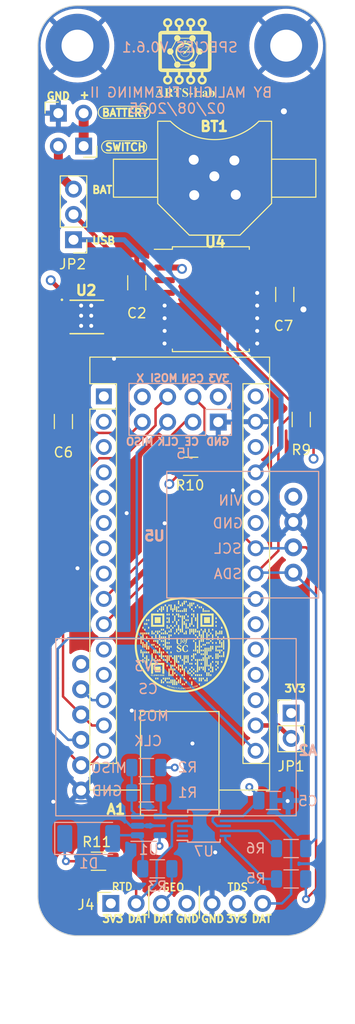
<source format=kicad_pcb>
(kicad_pcb (version 20221018) (generator pcbnew)
  (layers (0 "F.Cu" mixed "Single-GND-Front") (1 "In1.Cu" power "AGND Plane") (2 "In2.Cu" power "3V3 Power Plane") (31 "B.Cu" mixed "Single-GND-Back") (34 "B.Paste" user) (35 "F.Paste" user) (36 "B.SilkS" user "B.Silkscreen") (37 "F.SilkS" user "F.Silkscreen") (38 "B.Mask" user) (39 "F.Mask" user) (44 "Edge.Cuts" user))
  (net 0 "")
  (net 4 "GND")
  (net 9 "CE")
  (net 10 "CSN")
  (net 11 "RTD")
  (net 13 "SD_CS")
  (net 14 "MOSI")
  (net 15 "MISO")
  (net 16 "CLK")
  (net 17 "3V3")
  (net 18 "Net-(JP2-C)")
  (net 19 "EC_DATA")
  (net 23 "SDA")
  (net 24 "SCL")
  (net 28 "Net-(BT1-+)")
  (net 29 "BATT")
  (net 31 "GEOPHONE")
  (net 32 "GNDA")
  (net 37 "Net-(D1-A)")
  (net 38 "Net-(U7-AIN1)")
  (net 39 "Net-(U1--)")
  (net 40 "Net-(U7-SCL)")
  (net 41 "Net-(U7-SDA)")
  (net 47 "Net-(A1-3V3)")
  (net 48 "+BATT")
  (net 49 "5V0")
  (footprint "Connector_PinSocket_2.54mm:PinSocket_2x04_P2.54mm_Vertical" (layer "F.Cu") (at 180.93 94.11 -90)
    (fp_text reference "J5" (at 3.172 3.35) (layer "B.SilkS") (effects (justify mirror)))
    (fp_text value "Conn_02x04")
    (pad "1" thru_hole rect (at 0 0 270) (size 1.7 1.7) (drill 1) (layers "*.Cu" "*.Mask") (net 4 "GND"))
    (pad "2" thru_hole oval (at -2.54 0 270) (size 1.7 1.7) (drill 1) (layers "*.Cu" "*.Mask") (net 17 "3V3"))
    (pad "3" thru_hole oval (at 0 2.54 270) (size 1.7 1.7) (drill 1) (layers "*.Cu" "*.Mask") (net 9 "CE"))
    (pad "4" thru_hole oval (at -2.54 2.54 270) (size 1.7 1.7) (drill 1) (layers "*.Cu" "*.Mask") (net 10 "CSN"))
    (pad "5" thru_hole oval (at 0 5.08 270) (size 1.7 1.7) (drill 1) (layers "*.Cu" "*.Mask") (net 16 "CLK"))
    (pad "6" thru_hole oval (at -2.54 5.08 270) (size 1.7 1.7) (drill 1) (layers "*.Cu" "*.Mask") (net 14 "MOSI"))
    (pad "7" thru_hole oval (at 0 7.62 270) (size 1.7 1.7) (drill 1) (layers "*.Cu" "*.Mask") (net 15 "MISO"))
    (pad "8" thru_hole oval (at -2.54 7.62 270) (size 1.7 1.7) (drill 1) (layers "*.Cu" "*.Mask"))
  )
  (footprint "MountingHole:MountingHole_3.2mm_M3_Pad" (layer "F.Cu") (at 166.8 56.34)
    (fp_text reference "H1" hide)
    (fp_text value "MountingHole_Pad")
    (pad "1" thru_hole circle (at 0 0) (size 6.4 6.4) (drill 3.2) (layers "*.Cu" "*.Mask") (net 4 "GND"))
  )
  (footprint "Connector_PinSocket_2.54mm:PinSocket_1x07_P2.54mm_Horizontal" (layer "F.Cu") (at 170.15 142.412 90)
    (fp_text reference "J4" (at -0.138 -2.5 180) (layer "F.SilkS"))
    (fp_text value "Conn_01x07_Female")
    (pad "1" thru_hole rect (at 0 0 90) (size 1.7 1.7) (drill 1) (layers "*.Cu" "*.Mask") (net 17 "3V3"))
    (pad "2" thru_hole oval (at 0 2.54 90) (size 1.7 1.7) (drill 1) (layers "*.Cu" "*.Mask") (net 11 "RTD"))
    (pad "3" thru_hole oval (at 0 5.08 90) (size 1.7 1.7) (drill 1) (layers "*.Cu" "*.Mask") (net 31 "GEOPHONE"))
    (pad "4" thru_hole oval (at 0 7.62 90) (size 1.7 1.7) (drill 1) (layers "*.Cu" "*.Mask") (net 32 "GNDA"))
    (pad "5" thru_hole oval (at 0 10.16 90) (size 1.7 1.7) (drill 1) (layers "*.Cu" "*.Mask") (net 4 "GND"))
    (pad "6" thru_hole oval (at 0 12.7 90) (size 1.7 1.7) (drill 1) (layers "*.Cu" "*.Mask") (net 17 "3V3"))
    (pad "7" thru_hole oval (at 0 15.24 90) (size 1.7 1.7) (drill 1) (layers "*.Cu" "*.Mask") (net 19 "EC_DATA"))
  )
  (footprint "Connector_PinSocket_2.54mm:PinSocket_1x02_P2.54mm_Horizontal" (layer "F.Cu") (at 164.88 63.118 90)
    (fp_text reference "J2" hide)
    (fp_text value "Conn_01x02" hide)
    (pad "1" thru_hole rect (at 0 0 90) (size 1.7 1.7) (drill 1) (layers "*.Cu" "*.Mask") (net 4 "GND"))
    (pad "2" thru_hole oval (at 0 2.54 90) (size 1.7 1.7) (drill 1) (layers "*.Cu" "*.Mask") (net 48 "+BATT"))
  )
  (footprint "Connector_PinHeader_2.54mm:PinHeader_1x02_P2.54mm_Vertical" (layer "F.Cu") (at 188.248 123.316)
    (fp_text reference "JP1" (at 0 5.334) (layer "F.SilkS"))
    (fp_text value "Jumper_2")
    (pad "1" thru_hole rect (at 0 0) (size 1.7 1.7) (drill 1) (layers "*.Cu" "*.Mask") (net 17 "3V3"))
    (pad "2" thru_hole oval (at 0 2.54) (size 1.7 1.7) (drill 1) (layers "*.Cu" "*.Mask") (net 47 "Net-(A1-3V3)"))
  )
  (footprint "kitest:battery_holder_10mm" (layer "F.Cu") (at 180.57 69.64)
    (fp_text reference "BT1" (at -0.05 -5.19 180) (layer "F.SilkS") (effects (font (thickness 0.25) bold)))
    (fp_text value "Battery_Cell")
    (pad "1" smd rect (at -8.255 0 270) (size 3.5 3.5) (layers "F.Cu" "F.Mask") (net 28 "Net-(BT1-+)"))
    (pad "1" smd rect (at 8.255 0 270) (size 3.5 3.5) (layers "F.Cu" "F.Mask") (net 28 "Net-(BT1-+)"))
    (pad "2" smd circle (at 0 0 270) (size 8 8) (layers "F.Cu" "F.Mask") (net 4 "GND"))
  )
  (footprint "kitest:ARTS_lab_logo" (layer "F.Cu") (at 177.58 57.53)
    (fp_text reference "G***" hide)
    (fp_text value "LOGO" hide)
  )
  (footprint "footprint:RH_8_1_ADI" (layer "F.Cu") (at 167.739 83.565)
    (fp_text reference "U2" (at -0.065 -2.667 unlocked) (layer "F.SilkS") (effects (font (thickness 0.25) bold)))
    (fp_text value "ADP124ARHZ-3.3-R7")
    (pad "1" smd rect (at -2.174999 -0.974999) (size 1.4112 0.4508) (layers "F.Cu" "F.Paste" "F.Mask") (net 17 "3V3"))
    (pad "2" smd rect (at -2.174999 -0.325001) (size 1.4112 0.4508) (layers "F.Cu" "F.Paste" "F.Mask") (net 17 "3V3"))
    (pad "3" smd rect (at -2.174999 0.325001) (size 1.4112 0.4508) (layers "F.Cu" "F.Paste" "F.Mask") (net 17 "3V3"))
    (pad "4" smd rect (at -2.174999 0.974999) (size 1.4112 0.4508) (layers "F.Cu" "F.Paste" "F.Mask") (net 4 "GND"))
    (pad "5" smd rect (at 2.174999 0.974999) (size 1.4112 0.4508) (layers "F.Cu" "F.Paste" "F.Mask") (net 18 "Net-(JP2-C)"))
    (pad "6" smd rect (at 2.174999 0.325001) (size 1.4112 0.4508) (layers "F.Cu" "F.Paste" "F.Mask"))
    (pad "7" smd rect (at 2.174999 -0.325001) (size 1.4112 0.4508) (layers "F.Cu" "F.Paste" "F.Mask") (net 18 "Net-(JP2-C)"))
    (pad "8" smd rect (at 2.174999 -0.974999) (size 1.4112 0.4508) (layers "F.Cu" "F.Paste" "F.Mask") (net 18 "Net-(JP2-C)"))
    (pad "EPAD" smd rect (at 0 0) (size 1.83 2.26) (layers "F.Cu" "F.Paste" "F.Mask") (net 4 "GND"))
  )
  (footprint "Resistor_SMD:R_1206_3216Metric" (layer "F.Cu") (at 189.264 93.852 90)
    (fp_text reference "R9" (at -3.048 0 180) (layer "F.SilkS"))
    (fp_text value "R_1kOhm")
    (pad "1" smd roundrect (at -1.4625 0 90) (size 1.125 1.75) (layers "F.Cu" "F.Paste" "F.Mask") (roundrect_rratio 0.222222) (net 17 "3V3"))
    (pad "2" smd roundrect (at 1.4625 0 90) (size 1.125 1.75) (layers "F.Cu" "F.Paste" "F.Mask") (roundrect_rratio 0.222222) (net 23 "SDA"))
  )
  (footprint "Connector_PinHeader_2.54mm:PinHeader_1x03_P2.54mm_Vertical" (layer "F.Cu") (at 166.404 75.818 180)
    (fp_text reference "JP2" (at 0.094 -2.452) (layer "F.SilkS"))
    (fp_text value "Jumper_3")
    (pad "1" thru_hole rect (at 0 0 180) (size 1.7 1.7) (drill 1) (layers "*.Cu" "*.Mask") (net 49 "5V0"))
    (pad "2" thru_hole oval (at 0 2.54 180) (size 1.7 1.7) (drill 1) (layers "*.Cu" "*.Mask") (net 18 "Net-(JP2-C)"))
    (pad "3" thru_hole oval (at 0 5.08 180) (size 1.7 1.7) (drill 1) (layers "*.Cu" "*.Mask") (net 29 "BATT"))
  )
  (footprint "Capacitor_SMD:C_1206_3216Metric" (layer "F.Cu") (at 165.388 94.057 -90)
    (fp_text reference "C6" (at 3.097 0) (layer "F.SilkS"))
    (fp_text value "C_1uF")
    (pad "1" smd roundrect (at -1.475 0 270) (size 1.15 1.8) (layers "F.Cu" "F.Paste" "F.Mask") (roundrect_rratio 0.217391) (net 17 "3V3"))
    (pad "2" smd roundrect (at 1.475 0 270) (size 1.15 1.8) (layers "F.Cu" "F.Paste" "F.Mask") (roundrect_rratio 0.217391) (net 4 "GND"))
  )
  (footprint "Resistor_SMD:R_1206_3216Metric" (layer "F.Cu") (at 168.91 138.176 180)
    (fp_text reference "R11" (at 0.1778 1.9304 180) (layer "F.SilkS"))
    (fp_text value "R_10K")
    (pad "1" smd roundrect (at -1.4625 0 180) (size 1.125 1.75) (layers "F.Cu" "F.Paste" "F.Mask") (roundrect_rratio 0.222222) (net 11 "RTD"))
    (pad "2" smd roundrect (at 1.4625 0 180) (size 1.125 1.75) (layers "F.Cu" "F.Paste" "F.Mask") (roundrect_rratio 0.222222) (net 32 "GNDA"))
  )
  (footprint "Module:Arduino_Nano" (layer "F.Cu") (at 169.445 91.535)
    (fp_text reference "A1" (at 1.2155 41.435 180) (layer "F.SilkS") (effects (font (thickness 0.25) bold)))
    (fp_text value "Arduino Nano")
    (pad "1" thru_hole rect (at 0 0) (size 1.6 1.6) (drill 1) (layers "*.Cu" "*.Mask"))
    (pad "2" thru_hole oval (at 0 2.54) (size 1.6 1.6) (drill 1) (layers "*.Cu" "*.Mask"))
    (pad "3" thru_hole oval (at 0 5.08) (size 1.6 1.6) (drill 1) (layers "*.Cu" "*.Mask"))
    (pad "4" thru_hole oval (at 0 7.62) (size 1.6 1.6) (drill 1) (layers "*.Cu" "*.Mask") (net 32 "GNDA"))
    (pad "5" thru_hole oval (at 0 10.16) (size 1.6 1.6) (drill 1) (layers "*.Cu" "*.Mask"))
    (pad "6" thru_hole oval (at 0 12.7) (size 1.6 1.6) (drill 1) (layers "*.Cu" "*.Mask"))
    (pad "7" thru_hole oval (at 0 15.24) (size 1.6 1.6) (drill 1) (layers "*.Cu" "*.Mask"))
    (pad "8" thru_hole oval (at 0 17.78) (size 1.6 1.6) (drill 1) (layers "*.Cu" "*.Mask"))
    (pad "9" thru_hole oval (at 0 20.32) (size 1.6 1.6) (drill 1) (layers "*.Cu" "*.Mask") (net 9 "CE"))
    (pad "10" thru_hole oval (at 0 22.86) (size 1.6 1.6) (drill 1) (layers "*.Cu" "*.Mask") (net 10 "CSN"))
    (pad "11" thru_hole oval (at 0 25.4) (size 1.6 1.6) (drill 1) (layers "*.Cu" "*.Mask"))
    (pad "12" thru_hole oval (at 0 27.94) (size 1.6 1.6) (drill 1) (layers "*.Cu" "*.Mask"))
    (pad "13" thru_hole oval (at 0 30.48) (size 1.6 1.6) (drill 1) (layers "*.Cu" "*.Mask") (net 13 "SD_CS"))
    (pad "14" thru_hole oval (at 0 33.02) (size 1.6 1.6) (drill 1) (layers "*.Cu" "*.Mask") (net 14 "MOSI"))
    (pad "15" thru_hole oval (at 0 35.56) (size 1.6 1.6) (drill 1) (layers "*.Cu" "*.Mask") (net 15 "MISO"))
    (pad "16" thru_hole oval (at 15.24 35.56) (size 1.6 1.6) (drill 1) (layers "*.Cu" "*.Mask") (net 16 "CLK"))
    (pad "17" thru_hole oval (at 15.24 33.02) (size 1.6 1.6) (drill 1) (layers "*.Cu" "*.Mask") (net 47 "Net-(A1-3V3)"))
    (pad "18" thru_hole oval (at 15.24 30.48) (size 1.6 1.6) (drill 1) (layers "*.Cu" "*.Mask") (net 17 "3V3"))
    (pad "19" thru_hole oval (at 15.24 27.94) (size 1.6 1.6) (drill 1) (layers "*.Cu" "*.Mask"))
    (pad "20" thru_hole oval (at 15.24 25.4) (size 1.6 1.6) (drill 1) (layers "*.Cu" "*.Mask"))
    (pad "21" thru_hole oval (at 15.24 22.86) (size 1.6 1.6) (drill 1) (layers "*.Cu" "*.Mask"))
    (pad "22" thru_hole oval (at 15.24 20.32) (size 1.6 1.6) (drill 1) (layers "*.Cu" "*.Mask"))
    (pad "23" thru_hole oval (at 15.24 17.78) (size 1.6 1.6) (drill 1) (layers "*.Cu" "*.Mask") (net 23 "SDA"))
    (pad "24" thru_hole oval (at 15.24 15.24) (size 1.6 1.6) (drill 1) (layers "*.Cu" "*.Mask") (net 24 "SCL"))
    (pad "25" thru_hole oval (at 15.24 12.7) (size 1.6 1.6) (drill 1) (layers "*.Cu" "*.Mask"))
    (pad "26" thru_hole oval (at 15.24 10.16) (size 1.6 1.6) (drill 1) (layers "*.Cu" "*.Mask"))
    (pad "27" thru_hole oval (at 15.24 7.62) (size 1.6 1.6) (drill 1) (layers "*.Cu" "*.Mask") (net 49 "5V0"))
    (pad "28" thru_hole oval (at 15.24 5.08) (size 1.6 1.6) (drill 1) (layers "*.Cu" "*.Mask"))
    (pad "29" thru_hole oval (at 15.24 2.54) (size 1.6 1.6) (drill 1) (layers "*.Cu" "*.Mask") (net 4 "GND"))
    (pad "30" thru_hole oval (at 15.24 0) (size 1.6 1.6) (drill 1) (layers "*.Cu" "*.Mask"))
  )
  (footprint "Capacitor_SMD:C_1206_3216Metric" (layer "F.Cu") (at 172.754 80.136 90)
    (fp_text reference "C2" (at -3.048 0 180) (layer "F.SilkS"))
    (fp_text value "C_1uF")
    (pad "1" smd roundrect (at -1.475 0 90) (size 1.15 1.8) (layers "F.Cu" "F.Paste" "F.Mask") (roundrect_rratio 0.217391) (net 18 "Net-(JP2-C)"))
    (pad "2" smd roundrect (at 1.475 0 90) (size 1.15 1.8) (layers "F.Cu" "F.Paste" "F.Mask") (roundrect_rratio 0.217391) (net 4 "GND"))
  )
  (footprint "Package_SO:SOIC-16W_7.5x10.3mm_P1.27mm" (layer "F.Cu") (at 180.19 81.78)
    (fp_text reference "U4" (at 0.438 -5.708) (layer "F.SilkS") (effects (font (thickness 0.25) bold)))
    (fp_text value "DS3231M")
    (pad "1" smd roundrect (at -4.65 -4.445) (size 2.05 0.6) (layers "F.Cu" "F.Paste" "F.Mask"))
    (pad "2" smd roundrect (at -4.65 -3.175) (size 2.05 0.6) (layers "F.Cu" "F.Paste" "F.Mask") (net 17 "3V3"))
    (pad "3" smd roundrect (at -4.65 -1.905) (size 2.05 0.6) (layers "F.Cu" "F.Paste" "F.Mask"))
    (pad "4" smd roundrect (at -4.65 -0.635) (size 2.05 0.6) (layers "F.Cu" "F.Paste" "F.Mask"))
    (pad "5" smd roundrect (at -4.65 0.635) (size 2.05 0.6) (layers "F.Cu" "F.Paste" "F.Mask") (net 4 "GND"))
    (pad "6" smd roundrect (at -4.65 1.905) (size 2.05 0.6) (layers "F.Cu" "F.Paste" "F.Mask") (net 4 "GND"))
    (pad "7" smd roundrect (at -4.65 3.175) (size 2.05 0.6) (layers "F.Cu" "F.Paste" "F.Mask") (net 4 "GND"))
    (pad "8" smd roundrect (at -4.65 4.445) (size 2.05 0.6) (layers "F.Cu" "F.Paste" "F.Mask") (net 4 "GND"))
    (pad "9" smd roundrect (at 4.65 4.445) (size 2.05 0.6) (layers "F.Cu" "F.Paste" "F.Mask") (net 4 "GND"))
    (pad "10" smd roundrect (at 4.65 3.175) (size 2.05 0.6) (layers "F.Cu" "F.Paste" "F.Mask") (net 4 "GND"))
    (pad "11" smd roundrect (at 4.65 1.905) (size 2.05 0.6) (layers "F.Cu" "F.Paste" "F.Mask") (net 4 "GND"))
    (pad "12" smd roundrect (at 4.65 0.635) (size 2.05 0.6) (layers "F.Cu" "F.Paste" "F.Mask") (net 4 "GND"))
    (pad "13" smd roundrect (at 4.65 -0.635) (size 2.05 0.6) (layers "F.Cu" "F.Paste" "F.Mask") (net 4 "GND"))
    (pad "14" smd roundrect (at 4.65 -1.905) (size 2.05 0.6) (layers "F.Cu" "F.Paste" "F.Mask") (net 28 "Net-(BT1-+)"))
    (pad "15" smd roundrect (at 4.65 -3.175) (size 2.05 0.6) (layers "F.Cu" "F.Paste" "F.Mask") (net 23 "SDA"))
    (pad "16" smd roundrect (at 4.65 -4.445) (size 2.05 0.6) (layers "F.Cu" "F.Paste" "F.Mask") (net 24 "SCL"))
  )
  (footprint "Connector_PinSocket_2.54mm:PinSocket_1x02_P2.54mm_Horizontal" (layer "F.Cu") (at 167.42 66.42 -90)
    (fp_text reference "J3" hide)
    (fp_text value "Conn_01x02")
    (pad "1" thru_hole rect (at 0 0 270) (size 1.7 1.7) (drill 1) (layers "*.Cu" "*.Mask") (net 48 "+BATT"))
    (pad "2" thru_hole oval (at 0 2.54 270) (size 1.7 1.7) (drill 1) (layers "*.Cu" "*.Mask") (net 29 "BATT"))
  )
  (footprint "MountingHole:MountingHole_3.2mm_M3_Pad" (layer "F.Cu") (at 187.75 56.34)
    (fp_text reference "H2" hide)
    (fp_text value "MountingHole_Pad")
    (pad "1" thru_hole circle (at 0 0) (size 6.4 6.4) (drill 3.2) (layers "*.Cu" "*.Mask") (net 4 "GND"))
  )
  (footprint "Capacitor_SMD:C_1206_3216Metric" (layer "F.Cu") (at 187.61 81.306 90)
    (fp_text reference "C7" (at -3.148 -0.124 180) (layer "F.SilkS"))
    (fp_text value "C_0.1uF")
    (pad "1" smd roundrect (at -1.475 0 90) (size 1.15 1.8) (layers "F.Cu" "F.Paste" "F.Mask") (roundrect_rratio 0.217391) (net 4 "GND"))
    (pad "2" smd roundrect (at 1.475 0 90) (size 1.15 1.8) (layers "F.Cu" "F.Paste" "F.Mask") (roundrect_rratio 0.217391) (net 28 "Net-(BT1-+)"))
  )
  (footprint "Resistor_SMD:R_1206_3216Metric" (layer "F.Cu") (at 178.16 98.55)
    (fp_text reference "R10" (at -0.072 1.906) (layer "F.SilkS"))
    (fp_text value "R_1kOhm")
    (pad "1" smd roundrect (at -1.4625 0) (size 1.125 1.75) (layers "F.Cu" "F.Paste" "F.Mask") (roundrect_rratio 0.222222) (net 17 "3V3"))
    (pad "2" smd roundrect (at 1.4625 0) (size 1.125 1.75) (layers "F.Cu" "F.Paste" "F.Mask") (roundrect_rratio 0.222222) (net 24 "SCL"))
  )
  (footprint "kitest:qrCode" (layer "B.Cu") (at 177.326 116.458 180)
    (fp_text reference "G***" hide)
    (fp_text value "LOGO" hide)
  )
  (footprint "kitest:SD Module" (layer "B.Cu") (at 178.595 134.8895 180)
    (fp_text reference "A2" (at -11.337 7.83) (layer "B.SilkS") (effects (font (thickness 0.25) bold) (justify mirror)))
    (fp_text value "SD_Card_Module")
    (fp_text user "3V3" (at 4.699 16.288) (layer "B.SilkS") (effects (justify mirror)))
    (fp_text user "CLK" (at 4.7066 8.7785) (layer "B.SilkS") (effects (justify mirror)))
    (fp_text user "MOSI" (at 4.445 11.303) (layer "B.SilkS") (effects (justify mirror)))
    (fp_text user "CS" (at 4.699 14.002) (layer "B.SilkS") (effects (justify mirror)))
    (fp_text user "MISO" (at 8.6436 6.0861) (layer "B.SilkS") (effects (justify mirror)))
    (fp_text user "GND" (at 8.8214 3.766) (layer "B.SilkS") (effects (justify mirror)))
    (pad "1" thru_hole circle (at 11.43 16.51 180) (size 1.8 1.8) (drill 1) (layers "*.Cu" "*.Mask") (net 17 "3V3"))
    (pad "2" thru_hole circle (at 11.43 13.97 180) (size 1.8 1.8) (drill 1) (layers "*.Cu" "*.Mask") (net 13 "SD_CS"))
    (pad "3" thru_hole circle (at 11.43 11.43 180) (size 1.8 1.8) (drill 1) (layers "*.Cu" "*.Mask") (net 14 "MOSI"))
    (pad "4" thru_hole circle (at 11.43 8.89 180) (size 1.8 1.8) (drill 1) (layers "*.Cu" "*.Mask") (net 16 "CLK"))
    (pad "5" thru_hole circle (at 11.43 6.35 180) (size 1.8 1.8) (drill 1) (layers "*.Cu" "*.Mask") (net 15 "MISO"))
    (pad "6" thru_hole circle (at 11.43 3.81 180) (size 1.8 1.8) (drill 1) (layers "*.Cu" "*.Mask") (net 4 "GND"))
  )
  (footprint "Resistor_SMD:R_1206_3216Metric" (layer "B.Cu") (at 188.248 139.954 180)
    (fp_text reference "R5" (at 3.5392 0.0508) (layer "B.SilkS") (effects (justify mirror)))
    (fp_text value "R_10K")
    (pad "1" smd roundrect (at -1.4625 0 180) (size 1.125 1.75) (layers "B.Cu" "B.Paste" "B.Mask") (roundrect_rratio 0.222222) (net 24 "SCL"))
    (pad "2" smd roundrect (at 1.4625 0 180) (size 1.125 1.75) (layers "B.Cu" "B.Paste" "B.Mask") (roundrect_rratio 0.222222) (net 40 "Net-(U7-SCL)"))
  )
  (footprint "Diode_SMD:D_MELF" (layer "B.Cu") (at 167.928 135.89)
    (fp_text reference "D1" (at 0 2.5) (layer "B.SilkS") (effects (justify mirror)))
    (fp_text value "SMZ1_770mV")
    (pad "1" smd roundrect (at -2.4 0) (size 1.5 2.7) (layers "B.Cu" "B.Paste" "B.Mask") (roundrect_rratio 0.1666666667) (net 32 "GNDA"))
    (pad "2" smd roundrect (at 2.4 0) (size 1.5 2.7) (layers "B.Cu" "B.Paste" "B.Mask") (roundrect_rratio 0.1666666667) (net 37 "Net-(D1-A)"))
  )
  (footprint "Resistor_SMD:R_1206_3216Metric" (layer "B.Cu") (at 173.7085 128.778)
    (fp_text reference "R2" (at 4.1423 -0.0254) (layer "B.SilkS") (effects (justify mirror)))
    (fp_text value "R_7.5K")
    (pad "1" smd roundrect (at -1.4625 0) (size 1.125 1.75) (layers "B.Cu" "B.Paste" "B.Mask") (roundrect_rratio 0.222222) (net 39 "Net-(U1--)"))
    (pad "2" smd roundrect (at 1.4625 0) (size 1.125 1.75) (layers "B.Cu" "B.Paste" "B.Mask") (roundrect_rratio 0.222222) (net 32 "GNDA"))
  )
  (footprint "kitest:BME260" (layer "B.Cu") (at 183.388 105.41)
    (fp_text reference "U5" (at -8.856 0.126 180) (layer "B.SilkS") (effects (font (thickness 0.25) bold) (justify mirror)))
    (fp_text value "BME260")
    (fp_text user "VIN" (at -1.236 -3.43 180) (layer "B.SilkS") (effects (justify mirror)))
    (fp_text user "GND" (at -1.49 -1.144 180) (layer "B.SilkS") (effects (justify mirror)))
    (fp_text user "SDA" (at -1.49 3.936 180) (layer "B.SilkS") (effects (justify mirror)))
    (fp_text user "SCL" (at -1.49 1.396 180) (layer "B.SilkS") (effects (justify mirror)))
    (pad "10" thru_hole circle (at 5.08 -1.27) (size 1.8 1.8) (drill 1) (layers "*.Cu" "*.Mask") (net 4 "GND"))
    (pad "11" thru_hole circle (at 5.08 1.27) (size 1.8 1.8) (drill 1) (layers "*.Cu" "*.Mask") (net 24 "SCL"))
    (pad "12" thru_hole circle (at 5.08 3.81) (size 1.8 1.8) (drill 1) (layers "*.Cu" "*.Mask") (net 23 "SDA"))
    (pad "13" thru_hole circle (at 5.08 -3.81) (size 1.8 1.8) (drill 1) (layers "*.Cu" "*.Mask") (net 17 "3V3"))
  )
  (footprint "Resistor_SMD:R_1206_3216Metric" (layer "B.Cu") (at 173.7085 131.318 180)
    (fp_text reference "R1" (at -4.1423 0.0254) (layer "B.SilkS") (effects (justify mirror)))
    (fp_text value "R_32K")
    (pad "1" smd roundrect (at -1.4625 0 180) (size 1.125 1.75) (layers "B.Cu" "B.Paste" "B.Mask") (roundrect_rratio 0.222222) (net 38 "Net-(U7-AIN1)"))
    (pad "2" smd roundrect (at 1.4625 0 180) (size 1.125 1.75) (layers "B.Cu" "B.Paste" "B.Mask") (roundrect_rratio 0.222222) (net 39 "Net-(U1--)"))
  )
  (footprint "Resistor_SMD:R_1206_3216Metric" (layer "B.Cu") (at 174.8135 138.938 180)
    (fp_text reference "R3" (at 0 -1.778) (layer "B.SilkS") (effects (justify mirror)))
    (fp_text value "R_100")
    (pad "1" smd roundrect (at -1.4625 0 180) (size 1.125 1.75) (layers "B.Cu" "B.Paste" "B.Mask") (roundrect_rratio 0.222222) (net 31 "GEOPHONE"))
    (pad "2" smd roundrect (at 1.4625 0 180) (size 1.125 1.75) (layers "B.Cu" "B.Paste" "B.Mask") (roundrect_rratio 0.222222) (net 37 "Net-(D1-A)"))
  )
  (footprint "Capacitor_SMD:C_1206_3216Metric" (layer "B.Cu") (at 186.47 132.08)
    (fp_text reference "C5" (at 3.462 0.0595) (layer "B.SilkS") (effects (justify mirror)))
    (fp_text value "C_0.1uF")
    (pad "1" smd roundrect (at -1.475 0) (size 1.15 1.8) (layers "B.Cu" "B.Paste" "B.Mask") (roundrect_rratio 0.217391) (net 17 "3V3"))
    (pad "2" smd roundrect (at 1.475 0) (size 1.15 1.8) (layers "B.Cu" "B.Paste" "B.Mask") (roundrect_rratio 0.217391) (net 4 "GND"))
  )
  (footprint "Package_TO_SOT_SMD:SOT-23-5" (layer "B.Cu") (at 173.9625 134.62)
    (fp_text reference "U1" (at 0 2.4) (layer "B.SilkS") (effects (justify mirror)))
    (fp_text value "LM321")
    (pad "1" smd roundrect (at -1.1375 0.95) (size 1.325 0.6) (layers "B.Cu" "B.Paste" "B.Mask") (net 37 "Net-(D1-A)"))
    (pad "2" smd roundrect (at -1.1375 0) (size 1.325 0.6) (layers "B.Cu" "B.Paste" "B.Mask") (net 4 "GND"))
    (pad "3" smd roundrect (at -1.1375 -0.95) (size 1.325 0.6) (layers "B.Cu" "B.Paste" "B.Mask") (net 39 "Net-(U1--)"))
    (pad "4" smd roundrect (at 1.1375 -0.95) (size 1.325 0.6) (layers "B.Cu" "B.Paste" "B.Mask") (net 38 "Net-(U7-AIN1)"))
    (pad "5" smd roundrect (at 1.1375 0.95) (size 1.325 0.6) (layers "B.Cu" "B.Paste" "B.Mask") (net 17 "3V3"))
  )
  (footprint "Package_SO:TSSOP-10_3x3mm_P0.5mm" (layer "B.Cu") (at 179.494 134.636)
    (fp_text reference "U7" (at 0 2.55) (layer "B.SilkS") (effects (justify mirror)))
    (fp_text value "ADS1115IDGS")
    (pad "1" smd rect (at -2.15 1) (size 1.1 0.25) (layers "B.Cu" "B.Paste" "B.Mask"))
    (pad "2" smd rect (at -2.15 0.5) (size 1.1 0.25) (layers "B.Cu" "B.Paste" "B.Mask"))
    (pad "3" smd rect (at -2.15 0) (size 1.1 0.25) (layers "B.Cu" "B.Paste" "B.Mask") (net 4 "GND"))
    (pad "4" smd rect (at -2.15 -0.5) (size 1.1 0.25) (layers "B.Cu" "B.Paste" "B.Mask") (net 11 "RTD"))
    (pad "5" smd rect (at -2.15 -1) (size 1.1 0.25) (layers "B.Cu" "B.Paste" "B.Mask") (net 38 "Net-(U7-AIN1)"))
    (pad "6" smd rect (at 2.15 -1) (size 1.1 0.25) (layers "B.Cu" "B.Paste" "B.Mask") (net 17 "3V3"))
    (pad "7" smd rect (at 2.15 -0.5) (size 1.1 0.25) (layers "B.Cu" "B.Paste" "B.Mask") (net 19 "EC_DATA"))
    (pad "8" smd rect (at 2.15 0) (size 1.1 0.25) (layers "B.Cu" "B.Paste" "B.Mask") (net 17 "3V3"))
    (pad "9" smd rect (at 2.15 0.5) (size 1.1 0.25) (layers "B.Cu" "B.Paste" "B.Mask") (net 41 "Net-(U7-SDA)"))
    (pad "10" smd rect (at 2.15 1) (size 1.1 0.25) (layers "B.Cu" "B.Paste" "B.Mask") (net 40 "Net-(U7-SCL)"))
  )
  (footprint "Resistor_SMD:R_1206_3216Metric" (layer "B.Cu") (at 188.248 136.906 180)
    (fp_text reference "R6" (at 3.566 0.024) (layer "B.SilkS") (effects (justify mirror)))
    (fp_text value "R_10K")
    (pad "1" smd roundrect (at -1.4625 0 180) (size 1.125 1.75) (layers "B.Cu" "B.Paste" "B.Mask") (roundrect_rratio 0.222222) (net 23 "SDA"))
    (pad "2" smd roundrect (at 1.4625 0 180) (size 1.125 1.75) (layers "B.Cu" "B.Paste" "B.Mask") (roundrect_rratio 0.222222) (net 41 "Net-(U7-SDA)"))
  )
  (gr_line (start 169.831856 67.112593) (end 173.131856 67.112593) (stroke (width 0.1)) (layer "F.SilkS"))
  (gr_arc (start 169.831856 67.112593) (mid 169.4 66.933712) (end 169.221119 66.501856) (stroke (width 0.1)) (layer "F.SilkS"))
  (gr_arc (start 174.070737 63.03) (mid 173.891856 63.461856) (end 173.46 63.640737) (stroke (width 0.1)) (layer "F.SilkS"))
  (gr_arc (start 169.5 63.64) (mid 169.068144 63.461119) (end 168.889263 63.029263) (stroke (width 0.1)) (layer "F.SilkS"))
  (gr_arc (start 173.742593 66.502593) (mid 173.563712 66.934449) (end 173.131856 67.11333) (stroke (width 0.1)) (layer "F.SilkS"))
  (gr_line (start 169.5 63.64) (end 173.46 63.64) (stroke (width 0.1)) (layer "F.SilkS"))
  (gr_arc (start 173.46 62.419263) (mid 173.891856 62.598144) (end 174.070737 63.03) (stroke (width 0.1)) (layer "F.SilkS"))
  (gr_line (start 179.04 143.872) (end 179.04 140.7) (stroke (width 0.15)) (layer "F.SilkS"))
  (gr_line (start 173.131856 65.891856) (end 169.831856 65.891856) (stroke (width 0.1)) (layer "F.SilkS"))
  (gr_line (start 173.96 143.83) (end 173.96 140.72) (stroke (width 0.15)) (layer "F.SilkS"))
  (gr_line (start 169.5 62.418526) (end 173.46 62.418526) (stroke (width 0.1)) (layer "F.SilkS"))
  (gr_arc (start 168.889263 63.029263) (mid 169.068144 62.597407) (end 169.5 62.418526) (stroke (width 0.1)) (layer "F.SilkS"))
  (gr_arc (start 169.221119 66.501856) (mid 169.4 66.07) (end 169.831856 65.891119) (stroke (width 0.1)) (layer "F.SilkS"))
  (gr_arc (start 173.131856 65.891856) (mid 173.563712 66.070737) (end 173.742593 66.502593) (stroke (width 0.1)) (layer "F.SilkS"))
  (gr_arc (start 166.8 145.65) (mid 163.985715 144.484285) (end 162.82 141.67) (stroke (width 0.1)) (layer "Edge.Cuts"))
  (gr_line (start 162.82 141.67) (end 162.82 56.299988) (stroke (width 0.1)) (layer "Edge.Cuts"))
  (gr_arc (start 187.75 52.319988) (mid 190.592578 53.497422) (end 191.770012 56.34) (stroke (width 0.1)) (layer "Edge.Cuts"))
  (gr_line (start 187.75 145.65) (end 166.8 145.65) (stroke (width 0.1)) (layer "Edge.Cuts"))
  (gr_line (start 187.75 52.319988) (end 166.8 52.319988) (stroke (width 0.1)) (layer "Edge.Cuts"))
  (gr_line (start 191.770012 56.34) (end 191.770012 141.629988) (stroke (width 0.1)) (layer "Edge.Cuts"))
  (gr_arc (start 191.770012 141.629988) (mid 190.592578 144.472566) (end 187.75 145.65) (stroke (width 0.1)) (layer "Edge.Cuts"))
  (gr_arc (start 162.82 56.299988) (mid 163.985715 53.485703) (end 166.8 52.319988) (stroke (width 0.1)) (layer "Edge.Cuts"))
  (gr_text "X" (at 173.58 90.154) (layer "B.SilkS") (effects (font (size 0.75 0.75) (thickness 0.1875) bold) (justify left bottom mirror)))
  (gr_text "MOSI" (at 176.95 90.134) (layer "B.SilkS") (effects (font (size 0.75 0.75) (thickness 0.1875) bold) (justify left bottom mirror)))
  (gr_text "CSN" (at 179.612 90.17) (layer "B.SilkS") (effects (font (size 0.75 0.75) (thickness 0.1875) bold) (justify left bottom mirror)))
  (gr_text "CE" (at 179.104 96.52) (layer "B.SilkS") (effects (font (size 0.75 0.75) (thickness 0.1875) bold) (justify left bottom mirror)))
  (gr_text "BY MALICHI FLEMMING II \n02/08/2025" (at 176.818 61.848) (layer "B.SilkS") (effects (font (size 1 1)) (justify mirror)))
  (gr_text "3V3" (at 182.152 90.17) (layer "B.SilkS") (effects (font (size 0.75 0.75) (thickness 0.1875) bold) (justify left bottom mirror)))
  (gr_text "MISO" (at 174.532 96.52) (layer "B.SilkS") (effects (font (size 0.75 0.75) (thickness 0.1875) bold) (justify left bottom mirror)))
  (gr_text "SPECIES V0.6.1" (at 177.072 56.514) (layer "B.SilkS") (effects (font (size 1 1)) (justify mirror)))
  (gr_text "GND" (at 182.152 96.52) (layer "B.SilkS") (effects (font (size 0.75 0.75) (thickness 0.1875) bold) (justify left bottom mirror)))
  (gr_text "CLK" (at 177.072 96.52) (layer "B.SilkS") (effects (font (size 0.75 0.75) (thickness 0.1875) bold) (justify left bottom mirror)))
  (gr_text "GND" (at 163.61 61.848) (layer "F.SilkS") (effects (font (size 0.75 0.75) (thickness 0.1875) bold) (justify left bottom)))
  (gr_text "DAT" (at 184.184 144.398) (layer "F.SilkS") (effects (font (size 0.75 0.75) (thickness 0.1875) bold) (justify left bottom)))
  (gr_text "3V3" (at 181.644 144.398) (layer "F.SilkS") (effects (font (size 0.75 0.75) (thickness 0.1875) bold) (justify left bottom)))
  (gr_text "DAT" (at 174.278 144.398) (layer "F.SilkS") (effects (font (size 0.75 0.75) (thickness 0.1875) bold) (justify left bottom)))
  (gr_text "BATTERY" (at 169.16 63.51) (layer "F.SilkS") (effects (font (size 0.75 0.75) (thickness 0.1875) bold) (justify left bottom)))
  (gr_text "BAT" (at 168.182 71.246) (layer "F.SilkS") (effects (font (size 0.75 0.75) (thickness 0.1875) bold) (justify left bottom)))
  (gr_text "RTD" (at 171.29 140.74) (layer "F.SilkS") (effects (font (size 0.75 0.75))))
  (gr_text "GEO" (at 176.4 140.79) (layer "F.SilkS") (effects (font (size 0.75 0.75))))
  (gr_text "+" (at 166.92 61.7) (layer "F.SilkS") (effects (font (size 0.75 0.75) (thickness 0.1875) bold) (justify left bottom)))
  (gr_text "DAT" (at 171.738 144.398) (layer "F.SilkS") (effects (font (size 0.75 0.75) (thickness 0.1875) bold) (justify left bottom)))
  (gr_text "3V3" (at 187.486 121.284) (layer "F.SilkS") (effects (font (size 0.75 0.75) (thickness 0.1875) bold) (justify left bottom)))
  (gr_text "3V3" (at 169.198 144.398) (layer "F.SilkS") (effects (font (size 0.75 0.75) (thickness 0.1875) bold) (justify left bottom)))
  (gr_text "GND" (at 176.564 144.398) (layer "F.SilkS") (effects (font (size 0.75 0.75) (thickness 0.1875) bold) (justify left bottom)))
  (gr_text "SWITCH" (at 169.479856 66.957593) (layer "F.SilkS") (effects (font (size 0.75 0.75) (thickness 0.1875) bold) (justify left bottom)))
  (gr_text "GND" (at 179.104 144.398) (layer "F.SilkS") (effects (font (size 0.75 0.75) (thickness 0.1875) bold) (justify left bottom)))
  (gr_text "USB" (at 168.182 76.326) (layer "F.SilkS") (effects (font (size 0.75 0.75) (thickness 0.1875) bold) (justify left bottom)))
  (gr_text "TDS" (at 182.89 140.78) (layer "F.SilkS") (effects (font (size 0.75 0.75))))
  (segment (start 175.54 82.415) (end 175.54 86.225) (width 0.25) (layer "F.Cu") (net 4))
  (segment (start 184.84 81.145) (end 184.84 86.225) (width 0.25) (layer "F.Cu") (net 4))
  (segment (start 170.468 87.756) (end 167.739 85.027) (width 0.25) (layer "F.Cu") (net 4))
  (segment (start 187.61 82.781) (end 189.461 82.781) (width 0.25) (layer "F.Cu") (net 4))
  (segment (start 189.461 82.781) (end 189.484 82.804) (width 0.25) (layer "F.Cu") (net 4))
  (segment (start 167.739 85.027) (end 167.739 83.565) (width 0.25) (layer "F.Cu") (net 4))
  (via (at 184.84 83.692) (size 0.7) (drill 0.4) (layers "F.Cu" "B.Cu") (net 4))
  (via (at 180.628 137.286) (size 0.8) (drill 0.4) (layers "F.Cu" "B.Cu") (net 4))
  (via (at 164.372 132.206) (size 0.8) (drill 0.4) (layers "F.Cu" "B.Cu") (net 4))
  (via (at 182.69 71.3) (size 1.4) (drill 1) (layers "F.Cu" "B.Cu") (net 4))
  (via (at 178.52 71.34) (size 1.4) (drill 1) (layers "F.Cu" "B.Cu") (net 4))
  (via (at 168.182 83.438) (size 0.7) (drill 0.4) (layers "F.Cu" "B.Cu") (net 4))
  (via (at 178.47 67.79) (size 1.4) (drill 1) (layers "F.Cu" "B.Cu") (net 4))
  (via (at 171.738 103.25) (size 0.8) (drill 0.4) (layers "F.Cu" "B.Cu") (net 4))
  (via (at 168.182 84.454) (size 0.7) (drill 0.4) (layers "F.Cu" "B.Cu") (net 4))
  (via (at 184.84 81.152) (size 0.7) (drill 0.4) (layers "F.Cu" "B.Cu") (net 4))
  (via (at 184.84 84.962) (size 0.7) (drill 0.4) (layers "F.Cu" "B.Cu") (net 4))
  (via (at 189.484 82.804) (size 1) (drill 0.6) (layers "F.Cu" "B.Cu") (net 4))
  (via (at 167.166 82.422) (size 0.7) (drill 0.4) (layers "F.Cu" "B.Cu") (net 4))
  (via (at 184.84 86.225) (size 0.7) (drill 0.4) (layers "F.Cu" "B.Cu") (net 4))
  (via (at 166.8 108.78) (size 0.8) (drill 0.4) (layers "F.Cu" "B.Cu") (net 4))
  (via (at 168.182 82.422) (size 0.7) (drill 0.4) (layers "F.Cu" "B.Cu") (net 4))
  (via (at 184.84 82.422) (size 0.7) (drill 0.4) (layers "F.Cu" "B.Cu") (net 4))
  (via (at 182.55 67.86) (size 1.4) (drill 1) (layers "F.Cu" "B.Cu") (net 4))
  (via (at 175.548 104.266) (size 0.8) (drill 0.4) (layers "F.Cu" "B.Cu") (net 4))
  (via (at 175.548 84.962) (size 0.7) (drill 0.4) (layers "F.Cu" "B.Cu") (net 4))
  (via (at 187.52 62.93) (size 1) (drill 0.6) (layers "F.Cu" "B.Cu") (net 4))
  (via (at 180.54 69.45) (size 1.4) (drill 1) (layers "F.Cu" "B.Cu") (net 4))
  (via (at 175.54 86.225) (size 0.7) (drill 0.4) (layers "F.Cu" "B.Cu") (net 4))
  (via (at 175.548 83.692) (size 0.7) (drill 0.4) (layers "F.Cu" "B.Cu") (net 4))
  (via (at 175.548 82.422) (size 0.7) (drill 0.4) (layers "F.Cu" "B.Cu") (net 4))
  (via (at 172.246 123.062) (size 0.8) (drill 0.4) (layers "F.Cu" "B.Cu") (net 4))
  (via (at 170.468 87.756) (size 0.8) (drill 0.4) (layers "F.Cu" "B.Cu") (net 4))
  (via (at 182.406 100.964) (size 0.8) (drill 0.4) (layers "F.Cu" "B.Cu") (net 4))
  (via (at 178.342 126.364) (size 0.8) (drill 0.4) (layers "F.Cu" "B.Cu") (net 4))
  (via (at 187.9 132.1395) (size 0.8) (drill 0.4) (layers "F.Cu" "B.Cu") (net 4))
  (via (at 167.166 83.438) (size 0.7) (drill 0.4) (layers "F.Cu" "B.Cu") (net 4))
  (via (at 167.166 84.454) (size 0.7) (drill 0.4) (layers "F.Cu" "B.Cu") (net 4))
  (segment (start 178.169 134.636) (end 180.628 137.095) (width 0.25) (layer "B.Cu") (net 4))
  (segment (start 172.825 134.62) (end 172.1358 134.62) (width 0.25) (layer "B.Cu") (net 4))
  (segment (start 172.1358 134.62) (end 169.6778 132.162) (width 0.25) (layer "B.Cu") (net 4))
  (segment (start 169.6778 132.162) (end 164.416 132.162) (width 0.25) (layer "B.Cu") (net 4))
  (segment (start 180.628 137.095) (end 180.628 137.286) (width 0.25) (layer "B.Cu") (net 4))
  (segment (start 164.416 132.162) (end 164.372 132.206) (width 0.25) (layer "B.Cu") (net 4))
  (segment (start 177.344 134.636) (end 178.169 134.636) (width 0.25) (layer "B.Cu") (net 4))
  (segment (start 177.576 94.11) (end 178.39 94.11) (width 0.25) (layer "F.Cu") (net 9))
  (segment (start 173.897 107.403) (end 173.897 97.789) (width 0.25) (layer "F.Cu") (net 9))
  (segment (start 173.897 97.789) (end 177.576 94.11) (width 0.25) (layer "F.Cu") (net 9))
  (segment (start 169.445 111.855) (end 173.897 107.403) (width 0.25) (layer "F.Cu") (net 9))
  (segment (start 179.565 92.745) (end 179.565 96.375) (width 0.25) (layer "F.Cu") (net 10))
  (segment (start 178.14 105.7) (end 169.445 114.395) (width 0.25) (layer "F.Cu") (net 10))
  (segment (start 178.14 97.8) (end 178.14 105.7) (width 0.25) (layer "F.Cu") (net 10))
  (segment (start 179.565 96.375) (end 178.14 97.8) (width 0.25) (layer "F.Cu") (net 10))
  (segment (start 178.39 91.57) (end 179.565 92.745) (width 0.25) (layer "F.Cu") (net 10))
  (segment (start 170.3725 138.176) (end 172.69 140.4935) (width 0.25) (layer "F.Cu") (net 11))
  (segment (start 172.69 140.4935) (end 172.69 142.412) (width 0.25) (layer "F.Cu") (net 11))
  (segment (start 176.276 134.379) (end 176.276 136.652) (width 0.25) (layer "B.Cu") (net 11))
  (segment (start 176.276 136.652) (end 174.752 138.176) (width 0.25) (layer "B.Cu") (net 11))
  (segment (start 174.752 138.176) (end 174.752 140.35) (width 0.25) (layer "B.Cu") (net 11))
  (segment (start 174.752 140.35) (end 172.69 142.412) (width 0.25) (layer "B.Cu") (net 11))
  (segment (start 176.519 134.136) (end 176.276 134.379) (width 0.25) (layer "B.Cu") (net 11))
  (segment (start 177.344 134.136) (end 176.519 134.136) (width 0.25) (layer "B.Cu") (net 11))
  (segment (start 168.2605 122.015) (end 169.445 122.015) (width 0.25) (layer "B.Cu") (net 13))
  (segment (start 167.165 120.9195) (end 168.2605 122.015) (width 0.25) (layer "B.Cu") (net 13))
  (segment (start 168.97901 97.74) (end 171.341701 97.74) (width 0.25) (layer "F.Cu") (net 14))
  (segment (start 165.6255 121.92) (end 166.25175 122.54625) (width 0.25) (layer "F.Cu") (net 14))
  (segment (start 168.2605 124.555) (end 169.445 124.555) (width 0.25) (layer "F.Cu") (net 14))
  (segment (start 174.64 94.441701) (end 174.64 92.78) (width 0.25) (layer "F.Cu") (net 14))
  (segment (start 174.64 92.78) (end 175.85 91.57) (width 0.25) (layer "F.Cu") (net 14))
  (segment (start 166.25175 122.54625) (end 165.35 121.6445) (width 0.25) (layer "F.Cu") (net 14))
  (segment (start 165.35 121.6445) (end 165.35 101.369009) (width 0.25) (layer "F.Cu") (net 14))
  (segment (start 171.341701 97.74) (end 174.64 94.441701) (width 0.25) (layer "F.Cu") (net 14))
  (segment (start 165.35 101.369009) (end 168.97901 97.74) (width 0.25) (layer "F.Cu") (net 14))
  (segment (start 166.25175 122.54625) (end 167.165 123.4595) (width 0.25) (layer "F.Cu") (net 14))
  (segment (start 167.165 123.4595) (end 168.2605 124.555) (width 0.25) (layer "F.Cu") (net 14))
  (segment (start 169.214 95.2) (end 169.418 95.2) (width 0.25) (layer "F.Cu") (net 15))
  (segment (start 169.445 127.095) (end 168.0005 128.5395) (width 0.25) (layer "F.Cu") (net 15))
  (segment (start 168.579 95.2) (end 164.084 99.695) (width 0.25) (layer "F.Cu") (net 15))
  (segment (start 164.084 100.965) (end 164.084 100.385008) (width 0.25) (layer "F.Cu") (net 15))
  (segment (start 164.084 99.695) (end 164.084 100.965) (width 0.25) (layer "F.Cu") (net 15))
  (segment (start 169.418 95.2) (end 168.579 95.2) (width 0.25) (layer "F.Cu") (net 15))
  (segment (start 167.165 128.5395) (end 164.084 125.4585) (width 0.25) (layer "F.Cu") (net 15))
  (segment (start 168.0005 128.5395) (end 167.165 128.5395) (width 0.25) (layer "F.Cu") (net 15))
  (segment (start 172.22 95.2) (end 173.31 94.11) (width 0.25) (layer "F.Cu") (net 15))
  (segment (start 169.418 95.2) (end 172.22 95.2) (width 0.25) (layer "F.Cu") (net 15))
  (segment (start 164.084 125.4585) (end 164.084 100.965) (width 0.25) (layer "F.Cu") (net 15))
  (segment (start 172.754 115.164) (end 172.754 97.206) (width 0.25) (layer "B.Cu") (net 16))
  (segment (start 175.827 118.237) (end 174.718 117.128) (width 0.25) (layer "B.Cu") (net 16))
  (segment (start 164.82 119.888) (end 164.82 116.866) (width 0.25) (layer "B.Cu") (net 16))
  (segment (start 164.82 124.942) (end 164.82 119.888) (width 0.25) (layer "B.Cu") (net 16))
  (segment (start 165.876 115.81) (end 173.4 115.81) (width 0.25) (layer "B.Cu") (net 16))
  (segment (start 164.82 119.888) (end 164.82 119.73) (width 0.25) (layer "B.Cu") (net 16))
  (segment (start 175.827 118.237) (end 184.685 127.095) (width 0.25) (layer "B.Cu") (net 16))
  (segment (start 164.82 116.866) (end 165.876 115.81) (width 0.25) (layer "B.Cu") (net 16))
  (segment (start 173.4 115.81) (end 174.718 117.128) (width 0.25) (layer "B.Cu") (net 16))
  (segment (start 172.754 97.206) (end 175.85 94.11) (width 0.25) (layer "B.Cu") (net 16))
  (segment (start 174.718 117.128) (end 172.754 115.164) (width 0.25) (layer "B.Cu") (net 16))
  (segment (start 165.8775 125.9995) (end 164.82 124.942) (width 0.25) (layer "B.Cu") (net 16))
  (segment (start 167.165 125.9995) (end 165.8775 125.9995) (width 0.25) (layer "B.Cu") (net 16))
  (segment (start 177.157 78.605) (end 177.292 78.74) (width 0.6) (layer "F.Cu") (net 17))
  (segment (start 176.6975 99.6545) (end 176.022 100.33) (width 0.25) (layer "F.Cu") (net 17))
  (segment (start 164.433401 83.889599) (end 165.083001 83.239999) (width 0.45) (layer "F.Cu") (net 17))
  (segment (start 190.5 96.5505) (end 190.5 97.79) (width 0.25) (layer "F.Cu") (net 17))
  (segment (start 164.118 79.882) (end 165.564001 81.328001) (width 0.45) (layer "F.Cu") (net 17))
  (segment (start 164.433401 91.627401) (end 164.433401 83.889599) (width 0.45) (layer "F.Cu") (net 17))
  (segment (start 175.54 78.605) (end 177.157 78.605) (width 0.6) (layer "F.Cu") (net 17))
  (segment (start 189.264 95.3145) (end 190.5 96.5505) (width 0.25) (layer "F.Cu") (net 17))
  (segment (start 165.388 92.582) (end 164.433401 91.627401) (width 0.45) (layer "F.Cu") (net 17))
  (segment (start 176.6975 98.55) (end 176.6975 99.6545) (width 0.25) (layer "F.Cu") (net 17))
  (segment (start 165.083001 83.239999) (end 165.564001 83.239999) (width 0.45) (layer "F.Cu") (net 17))
  (segment (start 165.564001 81.328001) (end 165.564001 83.890001) (width 0.45) (layer "F.Cu") (net 17))
  (via (at 164.118 79.882) (size 1) (drill 0.6) (layers "F.Cu" "B.Cu") (net 17))
  (via (at 184.05 130.7275) (size 0.8) (drill 0.4) (layers "F.Cu" "B.Cu") (net 17))
  (via (at 190.5 97.79) (size 1) (drill 0.6) (layers "F.Cu" "B.Cu") (net 17))
  (via (at 175.04 136.652) (size 0.8) (drill 0.4) (layers "F.Cu" "B.Cu") (net 17))
  (via (at 176.022 100.33) (size 1) (drill 0.6) (layers "F.Cu" "B.Cu") (net 17))
  (via (at 177.292 78.74) (size 1) (drill 0.6) (layers "F.Cu" "B.Cu") (net 17))
  (segment (start 175.04 136.652) (end 175.04 135.63) (width 0.25) (layer "B.Cu") (net 17))
  (segment (start 180.819 134.636) (end 181.644 134.636) (width 0.25) (layer "B.Cu") (net 17))
  (segment (start 184.995 132.08) (end 184.995 131.6725) (width 0.25) (layer "B.Cu") (net 17))
  (segment (start 180.374 134.191) (end 180.819 134.636) (width 0.25) (layer "B.Cu") (net 17))
  (segment (start 184.995 131.6725) (end 184.05 130.7275) (width 0.25) (layer "B.Cu") (net 17))
  (segment (start 183.439 133.636) (end 184.995 132.08) (width 0.25) (layer "B.Cu") (net 17))
  (segment (start 175.04 135.63) (end 175.1 135.57) (width 0.25) (layer "B.Cu") (net 17))
  (segment (start 181.644 133.636) (end 180.596 133.636) (width 0.25) (layer "B.Cu") (net 17))
  (segment (start 180.374 133.858) (end 180.374 134.191) (width 0.25) (layer "B.Cu") (net 17))
  (segment (start 180.596 133.636) (end 180.374 133.858) (width 0.25) (layer "B.Cu") (net 17))
  (segment (start 181.644 133.636) (end 183.439 133.636) (width 0.25) (layer "B.Cu") (net 17))
  (segment (start 169.913999 76.787999) (end 169.913999 83.239999) (width 0.45) (layer "F.Cu") (net 18))
  (segment (start 169.913999 82.590001) (end 169.913999 83.239999) (width 0.45) (layer "F.Cu") (net 18))
  (segment (start 171.774999 82.590001) (end 171.774999 83.810001) (width 0.45) (layer "F.Cu") (net 18))
  (segment (start 171.774999 82.590001) (end 172.754 81.611) (width 0.45) (layer "F.Cu") (net 18))
  (segment (start 171.774999 83.810001) (end 171.045001 84.539999) (width 0.45) (layer "F.Cu") (net 18))
  (segment (start 171.045001 84.539999) (end 169.913999 84.539999) (width 0.45) (layer "F.Cu") (net 18))
  (segment (start 166.404 73.278) (end 169.913999 76.787999) (width 0.45) (layer "F.Cu") (net 18))
  (segment (start 169.913999 82.590001) (end 171.774999 82.590001) (width 0.45) (layer "F.Cu") (net 18))
  (segment (start 185.39 142.412) (end 187.314 142.412) (width 0.25) (layer "B.Cu") (net 19))
  (segment (start 188.248 141.478) (end 188.248 135.89) (width 0.25) (layer "B.Cu") (net 19))
  (segment (start 186.494 134.136) (end 181.644 134.136) (width 0.25) (layer "B.Cu") (net 19))
  (segment (start 188.248 135.89) (end 186.494 134.136) (width 0.25) (layer "B.Cu") (net 19))
  (segment (start 187.314 142.412) (end 188.248 141.478) (width 0.25) (layer "B.Cu") (net 19))
  (segment (start 183.4976 78.605) (end 184.84 78.605) (width 0.25) (layer "F.Cu") (net 23))
  (segment (start 189.264 92.3895) (end 188.5635 92.3895) (width 0.25) (layer "F.Cu") (net 23))
  (segment (start 186.97 107.03) (end 184.685 109.315) (width 0.25) (layer "F.Cu") (net 23))
  (segment (start 182.88 86.706) (end 182.88 79.2226) (width 0.25) (layer "F.Cu") (net 23))
  (segment (start 189.264 92.3895) (end 186.97 94.6835) (width 0.25) (layer "F.Cu") (net 23))
  (segment (start 188.5635 92.3895) (end 182.88 86.706) (width 0.25) (layer "F.Cu") (net 23))
  (segment (start 182.88 79.2226) (end 183.4976 78.605) (width 0.25) (layer "F.Cu") (net 23))
  (segment (start 186.97 94.6835) (end 186.97 107.03) (width 0.25) (layer "F.Cu") (net 23))
  (segment (start 188.468 109.22) (end 184.78 109.22) (width 0.25) (layer "B.Cu") (net 23))
  (segment (start 189.7105 136.906) (end 190.754 135.8625) (width 0.25) (layer "B.Cu") (net 23))
  (segment (start 190.754 111.506) (end 188.468 109.22) (width 0.25) (layer "B.Cu") (net 23))
  (segment (start 184.78 109.22) (end 184.685 109.315) (width 0.25) (layer "B.Cu") (net 23))
  (segment (start 190.754 135.8625) (end 190.754 111.506) (width 0.25) (layer "B.Cu") (net 23))
  (segment (start 183.388 77.216) (end 181.864 78.74) (width 0.25) (layer "F.Cu") (net 24))
  (segment (start 180.894 100.468) (end 180.894 102.984) (width 0.25) (layer "F.Cu") (net 24))
  (segment (start 179.6225 98.55) (end 179.6225 99.1965) (width 0.25) (layer "F.Cu") (net 24))
  (segment (start 184.84 77.335) (end 184.721 77.216) (width 0.25) (layer "F.Cu") (net 24))
  (segment (start 189.738 106.68) (end 188.468 106.68) (width 0.25) (layer "F.Cu") (net 24))
  (segment (start 179.6225 98.55) (end 182.914 95.2585) (width 0.25) (layer "F.Cu") (net 24))
  (segment (start 181.864 87.214) (end 182.914 88.264) (width 0.25) (layer "F.Cu") (net 24))
  (segment (start 189.738 141.986) (end 190.754 140.97) (width 0.25) (layer "F.Cu") (net 24))
  (segment (start 184.685 106.775) (end 180.894 102.984) (width 0.25) (layer "F.Cu") (net 24))
  (segment (start 179.6225 99.1965) (end 180.894 100.468) (width 0.25) (layer "F.Cu") (net 24))
  (segment (start 190.754 107.696) (end 189.738 106.68) (width 0.25) (layer "F.Cu") (net 24))
  (segment (start 184.721 77.216) (end 183.388 77.216) (width 0.25) (layer "F.Cu") (net 24))
  (segment (start 190.754 140.97) (end 190.754 107.696) (width 0.25) (layer "F.Cu") (net 24))
  (segment (start 182.914 88.264) (end 182.914 95.2585) (width 0.25) (layer "F.Cu") (net 24))
  (segment (start 181.864 78.74) (end 181.864 87.214) (width 0.25) (layer "F.Cu") (net 24))
  (via (at 189.738 141.986) (size 0.8) (drill 0.4) (layers "F.Cu" "B.Cu") (net 24))
  (segment (start 189.738 141.986) (end 189.7105 139.954) (width 0.25) (layer "B.Cu") (net 24))
  (segment (start 189.7105 141.9585) (end 189.738 141.986) (width 0.25) (layer "B.Cu") (net 24))
  (segment (start 184.685 106.775) (end 188.373 106.775) (width 0.25) (layer "B.Cu") (net 24))
  (segment (start 188.373 106.775) (end 188.468 106.68) (width 0.25) (layer "B.Cu") (net 24))
  (segment (start 177.1396 75.4888) (end 172.315 70.6642) (width 0.6) (layer "F.Cu") (net 28))
  (segment (start 187.198 74.676) (end 188.825 73.049) (width 0.6) (layer "F.Cu") (net 28))
  (segment (start 186.0296 75.4888) (end 186.3852 75.4888) (width 0.6) (layer "F.Cu") (net 28))
  (segment (start 187.198 77.62) (end 187.198 78.191239) (width 0.6) (layer "F.Cu") (net 28))
  (segment (start 186.0296 75.4888) (end 177.1396 75.4888) (width 0.6) (layer "F.Cu") (net 28))
  (segment (start 187.198 77.62) (end 187.198 79.419) (width 0.6) (layer "F.Cu") (net 28))
  (segment (start 187.198 79.419) (end 187.61 79.831) (width 0.6) (layer "F.Cu") (net 28))
  (segment (start 172.315 70.6642) (end 172.315 69.64) (width 0.6) (layer "F.Cu") (net 28))
  (segment (start 188.825 73.049) (end 188.825 69.64) (width 0.6) (layer "F.Cu") (net 28))
  (segment (start 187.198 75.6412) (end 187.198 77.62) (width 0.6) (layer "F.Cu") (net 28))
  (segment (start 186.3852 75.4888) (end 187.198 74.676) (width 0.6) (layer "F.Cu") (net 28))
  (segment (start 186.742 79.875) (end 187.198 79.419) (width 0.6) (layer "F.Cu") (net 28))
  (segment (start 184.84 79.875) (end 186.742 79.875) (width 0.6) (layer "F.Cu") (net 28))
  (segment (start 187.198 75.6412) (end 187.198 74.676) (width 0.6) (layer "F.Cu") (net 28))
  (segment (start 185.514239 79.875) (end 184.84 79.875) (width 0.6) (layer "F.Cu") (net 28))
  (segment (start 164.88 69.214) (end 164.88 66.42) (width 0.9) (layer "F.Cu") (net 29))
  (segment (start 164.88 69.214) (end 166.404 70.738) (width 0.9) (layer "F.Cu") (net 29))
  (segment (start 176.276 141.366) (end 176.276 138.938) (width 0.25) (layer "B.Cu") (net 31))
  (segment (start 175.23 142.412) (end 176.276 141.366) (width 0.25) (layer "B.Cu") (net 31))
  (segment (start 165.642 138.176) (end 167.4475 138.176) (width 0.25) (layer "F.Cu") (net 32))
  (segment (start 165.862 138.396) (end 165.642 138.176) (width 0.25) (layer "F.Cu") (net 32))
  (via (at 165.642 138.176) (size 0.8) (drill 0.4) (layers "F.Cu" "B.Cu") (net 32))
  (via (at 176.564 128.778) (size 0.8) (drill 0.4) (layers "F.Cu" "B.Cu") (net 32))
  (segment (start 165.528 138.062) (end 165.642 138.176) (width 0.25) (layer "B.Cu") (net 32))
  (segment (start 165.528 135.89) (end 165.528 138.062) (width 0.25) (layer "B.Cu") (net 32))
  (segment (start 175.171 128.778) (end 176.564 128.778) (width 0.25) (layer "B.Cu") (net 32))
  (segment (start 173.0355 135.7805) (end 172.825 135.57) (width 0.25) (layer "B.Cu") (net 37))
  (segment (start 173.351 136.096) (end 172.825 135.57) (width 0.25) (layer "B.Cu") (net 37))
  (segment (start 172.825 135.57) (end 170.648 135.57) (width 0.25) (layer "B.Cu") (net 37))
  (segment (start 173.351 138.938) (end 173.351 136.096) (width 0.25) (layer "B.Cu") (net 37))
  (segment (start 170.648 135.57) (end 170.328 135.89) (width 0.25) (layer "B.Cu") (net 37))
  (segment (start 175.134 133.636) (end 175.1 133.67) (width 0.25) (layer "B.Cu") (net 38))
  (segment (start 175.171 133.599) (end 175.1 133.67) (width 0.25) (layer "B.Cu") (net 38))
  (segment (start 177.344 133.636) (end 175.134 133.636) (width 0.25) (layer "B.Cu") (net 38))
  (segment (start 175.171 131.318) (end 175.171 133.599) (width 0.25) (layer "B.Cu") (net 38))
  (segment (start 172.246 131.318) (end 172.246 133.091) (width 0.25) (layer "B.Cu") (net 39))
  (segment (start 172.246 133.091) (end 172.825 133.67) (width 0.25) (layer "B.Cu") (net 39))
  (segment (start 172.246 128.778) (end 172.246 131.318) (width 0.25) (layer "B.Cu") (net 39))
  (segment (start 181.644 135.636) (end 181.644 136.0256) (width 0.25) (layer "B.Cu") (net 40))
  (segment (start 181.644 136.0256) (end 185.5724 139.954) (width 0.25) (layer "B.Cu") (net 40))
  (segment (start 185.5724 139.954) (end 186.7855 139.954) (width 0.25) (layer "B.Cu") (net 40))
  (segment (start 185.0155 135.136) (end 181.644 135.136) (width 0.25) (layer "B.Cu") (net 41))
  (segment (start 186.7855 136.906) (end 185.0155 135.136) (width 0.25) (layer "B.Cu") (net 41))
  (segment (start 186.947 124.555) (end 184.685 124.555) (width 0.45) (layer "F.Cu") (net 47))
  (segment (start 188.248 125.856) (end 186.947 124.555) (width 0.45) (layer "F.Cu") (net 47))
  (segment (start 167.42 66.42) (end 167.42 63.118) (width 1) (layer "F.Cu") (net 48))
  (segment (start 187.232 96.608) (end 184.685 99.155) (width 0.5) (layer "B.Cu") (net 49))
  (segment (start 171.484 75.818) (end 187.232 91.566) (width 0.5) (layer "B.Cu") (net 49))
  (segment (start 187.232 91.566) (end 187.232 96.608) (width 0.5) (layer "B.Cu") (net 49))
  (segment (start 166.404 75.818) (end 171.484 75.818) (width 0.5) (layer "B.Cu") (net 49))
  (zone (net 4) (net_name "GND") (layer "F.Cu") (priority 1) (connect_pads (clearance 0.508)) (min_thickness 0.25) (fill yes (thermal_gap 0.5) (thermal_bridge_width 0.5))
    (polygon (pts (xy 162.81 51.76) (xy 191.77 51.76) (xy 191.77 146.16) (xy 162.81 146.16)))
  )
  (zone (net 4) (net_name "GND") (layer "B.Cu") (priority 2) (connect_pads (clearance 0.508)) (min_thickness 0.25) (fill yes (thermal_gap 0.5) (thermal_bridge_width 0.5))
    (polygon (pts (xy 162.81 51.76) (xy 191.77 51.76) (xy 191.77 146.11) (xy 162.81 146.11)))
  )
)
</source>
